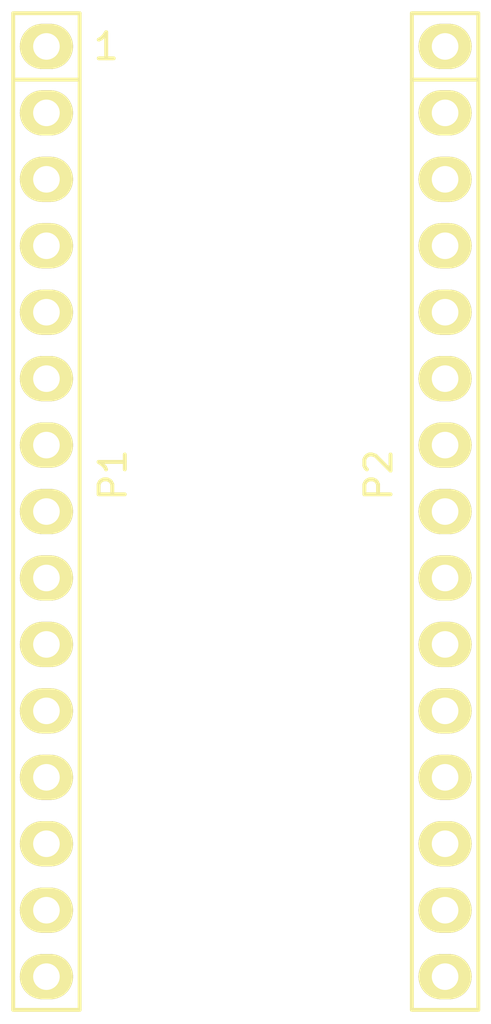
<source format=kicad_pcb>
(kicad_pcb (version 20171130) (host pcbnew 5.1.5-52549c5~84~ubuntu18.04.1)

  (general
    (thickness 1.6)
    (drawings 1)
    (tracks 0)
    (zones 0)
    (modules 2)
    (nets 29)
  )

  (page A4)
  (title_block
    (date "jeu. 02 avril 2015")
  )

  (layers
    (0 F.Cu signal)
    (31 B.Cu signal)
    (32 B.Adhes user)
    (33 F.Adhes user)
    (34 B.Paste user)
    (35 F.Paste user)
    (36 B.SilkS user)
    (37 F.SilkS user)
    (38 B.Mask user)
    (39 F.Mask user)
    (40 Dwgs.User user)
    (41 Cmts.User user)
    (42 Eco1.User user)
    (43 Eco2.User user)
    (44 Edge.Cuts user)
    (45 Margin user)
    (46 B.CrtYd user)
    (47 F.CrtYd user)
    (48 B.Fab user)
    (49 F.Fab user)
  )

  (setup
    (last_trace_width 0.25)
    (trace_clearance 0.2)
    (zone_clearance 0.508)
    (zone_45_only no)
    (trace_min 0.2)
    (via_size 0.6)
    (via_drill 0.4)
    (via_min_size 0.4)
    (via_min_drill 0.3)
    (uvia_size 0.3)
    (uvia_drill 0.1)
    (uvias_allowed no)
    (uvia_min_size 0.2)
    (uvia_min_drill 0.1)
    (edge_width 0.1)
    (segment_width 0.15)
    (pcb_text_width 0.3)
    (pcb_text_size 1.5 1.5)
    (mod_edge_width 0.15)
    (mod_text_size 1 1)
    (mod_text_width 0.15)
    (pad_size 1.5 1.5)
    (pad_drill 0.6)
    (pad_to_mask_clearance 0)
    (aux_axis_origin 138.176 110.617)
    (visible_elements FFFFFF7F)
    (pcbplotparams
      (layerselection 0x00030_80000001)
      (usegerberextensions false)
      (usegerberattributes false)
      (usegerberadvancedattributes false)
      (creategerberjobfile false)
      (excludeedgelayer true)
      (linewidth 0.100000)
      (plotframeref false)
      (viasonmask false)
      (mode 1)
      (useauxorigin false)
      (hpglpennumber 1)
      (hpglpenspeed 20)
      (hpglpendiameter 15.000000)
      (psnegative false)
      (psa4output false)
      (plotreference true)
      (plotvalue true)
      (plotinvisibletext false)
      (padsonsilk false)
      (subtractmaskfromsilk false)
      (outputformat 1)
      (mirror false)
      (drillshape 1)
      (scaleselection 1)
      (outputdirectory ""))
  )

  (net 0 "")
  (net 1 "/1(Tx)")
  (net 2 "/0(Rx)")
  (net 3 /Reset)
  (net 4 GND)
  (net 5 /2)
  (net 6 "/3(**)")
  (net 7 /4)
  (net 8 "/5(**)")
  (net 9 "/6(**)")
  (net 10 /7)
  (net 11 /8)
  (net 12 "/9(**)")
  (net 13 "/10(**/SS)")
  (net 14 /Vin)
  (net 15 +5V)
  (net 16 /A7)
  (net 17 /A6)
  (net 18 /A5)
  (net 19 /A4)
  (net 20 /A3)
  (net 21 /A2)
  (net 22 /A1)
  (net 23 /A0)
  (net 24 /AREF)
  (net 25 "/13(SCK)")
  (net 26 +3V3)
  (net 27 "/11(**/MOSI)")
  (net 28 "/12(MISO)")

  (net_class Default "This is the default net class."
    (clearance 0.2)
    (trace_width 0.25)
    (via_dia 0.6)
    (via_drill 0.4)
    (uvia_dia 0.3)
    (uvia_drill 0.1)
    (add_net +3V3)
    (add_net +5V)
    (add_net "/0(Rx)")
    (add_net "/1(Tx)")
    (add_net "/10(**/SS)")
    (add_net "/11(**/MOSI)")
    (add_net "/12(MISO)")
    (add_net "/13(SCK)")
    (add_net /2)
    (add_net "/3(**)")
    (add_net /4)
    (add_net "/5(**)")
    (add_net "/6(**)")
    (add_net /7)
    (add_net /8)
    (add_net "/9(**)")
    (add_net /A0)
    (add_net /A1)
    (add_net /A2)
    (add_net /A3)
    (add_net /A4)
    (add_net /A5)
    (add_net /A6)
    (add_net /A7)
    (add_net /AREF)
    (add_net /Reset)
    (add_net /Vin)
    (add_net GND)
  )

  (module Socket_Arduino_Nano:Socket_Strip_Arduino_1x15 (layer F.Cu) (tedit 552169C6) (tstamp 551FC9D0)
    (at 139.446 71.247 270)
    (descr "Through hole socket strip")
    (tags "socket strip")
    (path /56D73FAC)
    (fp_text reference P1 (at 16.383 -2.54 270) (layer F.SilkS)
      (effects (font (size 1 1) (thickness 0.15)))
    )
    (fp_text value Digital (at 20.193 -2.54 270) (layer F.Fab)
      (effects (font (size 1 1) (thickness 0.15)))
    )
    (fp_line (start 1.27 -1.27) (end -1.27 -1.27) (layer F.SilkS) (width 0.15))
    (fp_line (start -1.27 -1.27) (end -1.27 1.27) (layer F.SilkS) (width 0.15))
    (fp_line (start -1.27 1.27) (end 1.27 1.27) (layer F.SilkS) (width 0.15))
    (fp_line (start -1.75 -1.75) (end -1.75 1.75) (layer F.CrtYd) (width 0.05))
    (fp_line (start 37.35 -1.75) (end 37.35 1.75) (layer F.CrtYd) (width 0.05))
    (fp_line (start -1.75 -1.75) (end 37.35 -1.75) (layer F.CrtYd) (width 0.05))
    (fp_line (start -1.75 1.75) (end 37.35 1.75) (layer F.CrtYd) (width 0.05))
    (fp_line (start 1.27 -1.27) (end 36.83 -1.27) (layer F.SilkS) (width 0.15))
    (fp_line (start 36.83 -1.27) (end 36.83 1.27) (layer F.SilkS) (width 0.15))
    (fp_line (start 36.83 1.27) (end 1.27 1.27) (layer F.SilkS) (width 0.15))
    (fp_line (start 1.27 1.27) (end 1.27 -1.27) (layer F.SilkS) (width 0.15))
    (pad 1 thru_hole oval (at 0 0 270) (size 1.7272 2.032) (drill 1.016) (layers *.Cu *.Mask F.SilkS)
      (net 1 "/1(Tx)"))
    (pad 2 thru_hole oval (at 2.54 0 270) (size 1.7272 2.032) (drill 1.016) (layers *.Cu *.Mask F.SilkS)
      (net 2 "/0(Rx)"))
    (pad 3 thru_hole oval (at 5.08 0 270) (size 1.7272 2.032) (drill 1.016) (layers *.Cu *.Mask F.SilkS)
      (net 3 /Reset))
    (pad 4 thru_hole oval (at 7.62 0 270) (size 1.7272 2.032) (drill 1.016) (layers *.Cu *.Mask F.SilkS)
      (net 4 GND))
    (pad 5 thru_hole oval (at 10.16 0 270) (size 1.7272 2.032) (drill 1.016) (layers *.Cu *.Mask F.SilkS)
      (net 5 /2))
    (pad 6 thru_hole oval (at 12.7 0 270) (size 1.7272 2.032) (drill 1.016) (layers *.Cu *.Mask F.SilkS)
      (net 6 "/3(**)"))
    (pad 7 thru_hole oval (at 15.24 0 270) (size 1.7272 2.032) (drill 1.016) (layers *.Cu *.Mask F.SilkS)
      (net 7 /4))
    (pad 8 thru_hole oval (at 17.78 0 270) (size 1.7272 2.032) (drill 1.016) (layers *.Cu *.Mask F.SilkS)
      (net 8 "/5(**)"))
    (pad 9 thru_hole oval (at 20.32 0 270) (size 1.7272 2.032) (drill 1.016) (layers *.Cu *.Mask F.SilkS)
      (net 9 "/6(**)"))
    (pad 10 thru_hole oval (at 22.86 0 270) (size 1.7272 2.032) (drill 1.016) (layers *.Cu *.Mask F.SilkS)
      (net 10 /7))
    (pad 11 thru_hole oval (at 25.4 0 270) (size 1.7272 2.032) (drill 1.016) (layers *.Cu *.Mask F.SilkS)
      (net 11 /8))
    (pad 12 thru_hole oval (at 27.94 0 270) (size 1.7272 2.032) (drill 1.016) (layers *.Cu *.Mask F.SilkS)
      (net 12 "/9(**)"))
    (pad 13 thru_hole oval (at 30.48 0 270) (size 1.7272 2.032) (drill 1.016) (layers *.Cu *.Mask F.SilkS)
      (net 13 "/10(**/SS)"))
    (pad 14 thru_hole oval (at 33.02 0 270) (size 1.7272 2.032) (drill 1.016) (layers *.Cu *.Mask F.SilkS)
      (net 27 "/11(**/MOSI)"))
    (pad 15 thru_hole oval (at 35.56 0 270) (size 1.7272 2.032) (drill 1.016) (layers *.Cu *.Mask F.SilkS)
      (net 28 "/12(MISO)"))
    (model ${KIPRJMOD}/Socket_Arduino_Nano.3dshapes/Socket_header_Arduino_1x15.wrl
      (offset (xyz 17.77999973297119 0 0))
      (scale (xyz 1 1 1))
      (rotate (xyz 0 0 180))
    )
  )

  (module Socket_Arduino_Nano:Socket_Strip_Arduino_1x15 (layer F.Cu) (tedit 552169D3) (tstamp 551FC9EE)
    (at 154.686 71.247 270)
    (descr "Through hole socket strip")
    (tags "socket strip")
    (path /56D740C7)
    (fp_text reference P2 (at 16.383 2.54 270) (layer F.SilkS)
      (effects (font (size 1 1) (thickness 0.15)))
    )
    (fp_text value Analog (at 20.193 2.54 270) (layer F.Fab)
      (effects (font (size 1 1) (thickness 0.15)))
    )
    (fp_line (start 1.27 -1.27) (end -1.27 -1.27) (layer F.SilkS) (width 0.15))
    (fp_line (start -1.27 -1.27) (end -1.27 1.27) (layer F.SilkS) (width 0.15))
    (fp_line (start -1.27 1.27) (end 1.27 1.27) (layer F.SilkS) (width 0.15))
    (fp_line (start -1.75 -1.75) (end -1.75 1.75) (layer F.CrtYd) (width 0.05))
    (fp_line (start 37.35 -1.75) (end 37.35 1.75) (layer F.CrtYd) (width 0.05))
    (fp_line (start -1.75 -1.75) (end 37.35 -1.75) (layer F.CrtYd) (width 0.05))
    (fp_line (start -1.75 1.75) (end 37.35 1.75) (layer F.CrtYd) (width 0.05))
    (fp_line (start 1.27 -1.27) (end 36.83 -1.27) (layer F.SilkS) (width 0.15))
    (fp_line (start 36.83 -1.27) (end 36.83 1.27) (layer F.SilkS) (width 0.15))
    (fp_line (start 36.83 1.27) (end 1.27 1.27) (layer F.SilkS) (width 0.15))
    (fp_line (start 1.27 1.27) (end 1.27 -1.27) (layer F.SilkS) (width 0.15))
    (pad 1 thru_hole oval (at 0 0 270) (size 1.7272 2.032) (drill 1.016) (layers *.Cu *.Mask F.SilkS)
      (net 14 /Vin))
    (pad 2 thru_hole oval (at 2.54 0 270) (size 1.7272 2.032) (drill 1.016) (layers *.Cu *.Mask F.SilkS)
      (net 4 GND))
    (pad 3 thru_hole oval (at 5.08 0 270) (size 1.7272 2.032) (drill 1.016) (layers *.Cu *.Mask F.SilkS)
      (net 3 /Reset))
    (pad 4 thru_hole oval (at 7.62 0 270) (size 1.7272 2.032) (drill 1.016) (layers *.Cu *.Mask F.SilkS)
      (net 15 +5V))
    (pad 5 thru_hole oval (at 10.16 0 270) (size 1.7272 2.032) (drill 1.016) (layers *.Cu *.Mask F.SilkS)
      (net 16 /A7))
    (pad 6 thru_hole oval (at 12.7 0 270) (size 1.7272 2.032) (drill 1.016) (layers *.Cu *.Mask F.SilkS)
      (net 17 /A6))
    (pad 7 thru_hole oval (at 15.24 0 270) (size 1.7272 2.032) (drill 1.016) (layers *.Cu *.Mask F.SilkS)
      (net 18 /A5))
    (pad 8 thru_hole oval (at 17.78 0 270) (size 1.7272 2.032) (drill 1.016) (layers *.Cu *.Mask F.SilkS)
      (net 19 /A4))
    (pad 9 thru_hole oval (at 20.32 0 270) (size 1.7272 2.032) (drill 1.016) (layers *.Cu *.Mask F.SilkS)
      (net 20 /A3))
    (pad 10 thru_hole oval (at 22.86 0 270) (size 1.7272 2.032) (drill 1.016) (layers *.Cu *.Mask F.SilkS)
      (net 21 /A2))
    (pad 11 thru_hole oval (at 25.4 0 270) (size 1.7272 2.032) (drill 1.016) (layers *.Cu *.Mask F.SilkS)
      (net 22 /A1))
    (pad 12 thru_hole oval (at 27.94 0 270) (size 1.7272 2.032) (drill 1.016) (layers *.Cu *.Mask F.SilkS)
      (net 23 /A0))
    (pad 13 thru_hole oval (at 30.48 0 270) (size 1.7272 2.032) (drill 1.016) (layers *.Cu *.Mask F.SilkS)
      (net 24 /AREF))
    (pad 14 thru_hole oval (at 33.02 0 270) (size 1.7272 2.032) (drill 1.016) (layers *.Cu *.Mask F.SilkS)
      (net 26 +3V3))
    (pad 15 thru_hole oval (at 35.56 0 270) (size 1.7272 2.032) (drill 1.016) (layers *.Cu *.Mask F.SilkS)
      (net 25 "/13(SCK)"))
    (model ${KIPRJMOD}/Socket_Arduino_Nano.3dshapes/Socket_header_Arduino_1x15.wrl
      (offset (xyz 17.77999973297119 0 0))
      (scale (xyz 1 1 1))
      (rotate (xyz 0 0 180))
    )
  )

  (gr_text 1 (at 141.732 71.247) (layer F.SilkS)
    (effects (font (size 1 1) (thickness 0.15)))
  )

)

</source>
